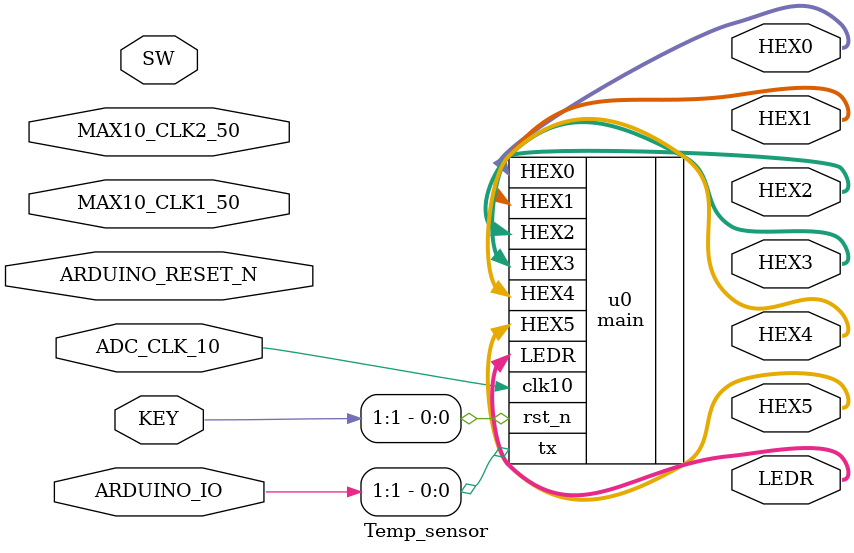
<source format=v>


module Temp_sensor(
	//////////// CLOCK //////////
	input 		          		ADC_CLK_10,
	input 		          		MAX10_CLK1_50,
	input 		          		MAX10_CLK2_50,

	//////////// SEG7 //////////
	output		     [7:0]		HEX0,
	output		     [7:0]		HEX1,
	output		     [7:0]		HEX2,
	output		     [7:0]		HEX3,
	output		     [7:0]		HEX4,
	output		     [7:0]		HEX5,

	//////////// KEY //////////
	input 		     [1:0]		KEY,

	//////////// LED //////////
	output		     [9:0]		LEDR,

	//////////// SW //////////
	input 		     [9:0]		SW,

	//////////// Arduino //////////
	inout 		    [15:0]		ARDUINO_IO,
	inout 		          		ARDUINO_RESET_N
);



//=======================================================
//  REG/WIRE declarations
//=======================================================




//=======================================================
//  Structural coding
//=======================================================

main u0(
.HEX0(HEX0), .HEX1(HEX1), .HEX2(HEX2),
.HEX3(HEX3), .HEX4(HEX4), .HEX5(HEX5),
.LEDR(LEDR), .clk10(ADC_CLK_10), .rst_n(KEY[1]),
.tx(ARDUINO_IO[1])
);



endmodule

</source>
